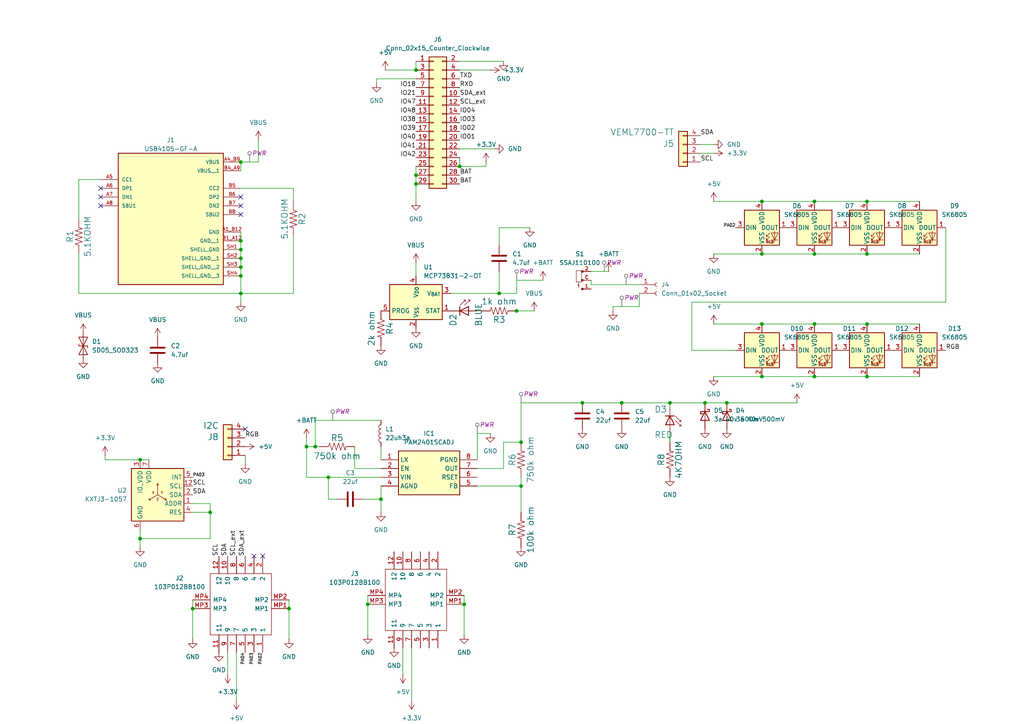
<source format=kicad_sch>
(kicad_sch (version 20231120) (generator "eeschema") (generator_version "8.0")
  (paper "A4")
  (lib_symbols
    (symbol "Battery_Management:MCP73831-2-OT"
      (property "Reference" "U" (at -7.62 6.35 0))
      (property "Value" "MCP73831-2-OT" (at 1.27 6.35 0))
      (symbol "MCP73831-2-OT_1_1"
        (pin tri_state line (at 10.16 -2.54 180) (length 2.54) (name "STAT") (number "1"))
        (pin power_in line (at 0 -7.62 90) (length 2.54) (name "V_{SS}") (number "2"))
        (pin power_out line (at 10.16 2.54 180) (length 2.54) (name "V_{BAT}") (number "3"))
        (pin power_in line (at 0 7.62 270) (length 2.54) (name "V_{DD}") (number "4"))
        (pin input line (at -10.16 -2.54 0) (length 2.54) (name "PROG") (number "5"))
      )
    )
    (symbol "Connector:Conn_01x02_Socket" (pin_names (offset 1.016) hide)
      (property "Reference" "J" (at 0 2.54 0))
      (property "Value" "Conn_01x02_Socket" (at 0 -5.08 0))
      (symbol "Conn_01x02_Socket_1_1"
        (pin passive line (at -5.08 0 0) (length 3.81) (name "Pin_1") (number "1"))
        (pin passive line (at -5.08 -2.54 0) (length 3.81) (name "Pin_2") (number "2"))
      )
    )
    (symbol "Connector_Generic:Conn_01x04" (pin_names (offset 1.016) hide)
      (property "Reference" "J" (at 0 5.08 0))
      (property "Value" "Conn_01x04" (at 0 -7.62 0))
      (symbol "Conn_01x04_1_1"
        (pin passive line (at -5.08 2.54 0) (length 3.81) (name "Pin_1") (number "1"))
        (pin passive line (at -5.08 0 0) (length 3.81) (name "Pin_2") (number "2"))
        (pin passive line (at -5.08 -2.54 0) (length 3.81) (name "Pin_3") (number "3"))
        (pin passive line (at -5.08 -5.08 0) (length 3.81) (name "Pin_4") (number "4"))
      )
    )
    (symbol "Connector_Generic:Conn_02x15_Odd_Even" (pin_names (offset 1.016) hide)
      (property "Reference" "J" (at 1.27 20.32 0))
      (property "Value" "Conn_02x15_Odd_Even" (at 1.27 -20.32 0))
      (symbol "Conn_02x15_Odd_Even_1_1"
        (pin passive line (at -5.08 17.78 0) (length 3.81) (name "Pin_1") (number "1"))
        (pin passive line (at 7.62 7.62 180) (length 3.81) (name "Pin_10") (number "10"))
        (pin passive line (at -5.08 5.08 0) (length 3.81) (name "Pin_11") (number "11"))
        (pin passive line (at 7.62 5.08 180) (length 3.81) (name "Pin_12") (number "12"))
        (pin passive line (at -5.08 2.54 0) (length 3.81) (name "Pin_13") (number "13"))
        (pin passive line (at 7.62 2.54 180) (length 3.81) (name "Pin_14") (number "14"))
        (pin passive line (at -5.08 0 0) (length 3.81) (name "Pin_15") (number "15"))
        (pin passive line (at 7.62 0 180) (length 3.81) (name "Pin_16") (number "16"))
        (pin passive line (at -5.08 -2.54 0) (length 3.81) (name "Pin_17") (number "17"))
        (pin passive line (at 7.62 -2.54 180) (length 3.81) (name "Pin_18") (number "18"))
        (pin passive line (at -5.08 -5.08 0) (length 3.81) (name "Pin_19") (number "19"))
        (pin passive line (at 7.62 17.78 180) (length 3.81) (name "Pin_2") (number "2"))
        (pin passive line (at 7.62 -5.08 180) (length 3.81) (name "Pin_20") (number "20"))
        (pin passive line (at -5.08 -7.62 0) (length 3.81) (name "Pin_21") (number "21"))
        (pin passive line (at 7.62 -7.62 180) (length 3.81) (name "Pin_22") (number "22"))
        (pin passive line (at -5.08 -10.16 0) (length 3.81) (name "Pin_23") (number "23"))
        (pin passive line (at 7.62 -10.16 180) (length 3.81) (name "Pin_24") (number "24"))
        (pin passive line (at -5.08 -12.7 0) (length 3.81) (name "Pin_25") (number "25"))
        (pin passive line (at 7.62 -12.7 180) (length 3.81) (name "Pin_26") (number "26"))
        (pin passive line (at -5.08 -15.24 0) (length 3.81) (name "Pin_27") (number "27"))
        (pin passive line (at 7.62 -15.24 180) (length 3.81) (name "Pin_28") (number "28"))
        (pin passive line (at -5.08 -17.78 0) (length 3.81) (name "Pin_29") (number "29"))
        (pin passive line (at -5.08 15.24 0) (length 3.81) (name "Pin_3") (number "3"))
        (pin passive line (at 7.62 -17.78 180) (length 3.81) (name "Pin_30") (number "30"))
        (pin passive line (at 7.62 15.24 180) (length 3.81) (name "Pin_4") (number "4"))
        (pin passive line (at -5.08 12.7 0) (length 3.81) (name "Pin_5") (number "5"))
        (pin passive line (at 7.62 12.7 180) (length 3.81) (name "Pin_6") (number "6"))
        (pin passive line (at -5.08 10.16 0) (length 3.81) (name "Pin_7") (number "7"))
        (pin passive line (at 7.62 10.16 180) (length 3.81) (name "Pin_8") (number "8"))
        (pin passive line (at -5.08 7.62 0) (length 3.81) (name "Pin_9") (number "9"))
      )
    )
    (symbol "Device:C" (pin_numbers hide) (pin_names (offset 0.254))
      (property "Reference" "C" (at 0.635 2.54 0))
      (property "Value" "C" (at 0.635 -2.54 0))
      (symbol "C_1_1"
        (pin passive line (at 0 3.81 270) (length 2.794) (name "~") (number "1"))
        (pin passive line (at 0 -3.81 90) (length 2.794) (name "~") (number "2"))
      )
    )
    (symbol "Device:D_Schottky" (pin_numbers hide) (pin_names (offset 1.016) hide)
      (property "Reference" "D" (at 0 2.54 0))
      (property "Value" "D_Schottky" (at 0 -2.54 0))
      (symbol "D_Schottky_1_1"
        (pin passive line (at -3.81 0 0) (length 2.54) (name "K") (number "1"))
        (pin passive line (at 3.81 0 180) (length 2.54) (name "A") (number "2"))
      )
    )
    (symbol "Device:L" (pin_numbers hide) (pin_names (offset 1.016) hide)
      (property "Reference" "L" (at -1.27 0 90))
      (property "Value" "L" (at 1.905 0 90))
      (symbol "L_1_1"
        (pin passive line (at 0 3.81 270) (length 1.27) (name "1") (number "1"))
        (pin passive line (at 0 -3.81 90) (length 1.27) (name "2") (number "2"))
      )
    )
    (symbol "Diode:SD05_SOD323" (pin_numbers hide) (pin_names (offset 1.016) hide)
      (property "Reference" "D" (at 0 2.54 0))
      (property "Value" "SD05_SOD323" (at 0 -2.54 0))
      (symbol "SD05_SOD323_1_1"
        (pin passive line (at -3.81 0 0) (length 2.54) (name "A1") (number "1"))
        (pin passive line (at 3.81 0 180) (length 2.54) (name "A2") (number "2"))
      )
    )
    (symbol "GND_1" (power) (pin_numbers hide) (pin_names (offset 0) hide)
      (property "Value" "GND" (at 0 -3.81 0))
      (symbol "GND_1_1_1"
        (pin power_in line (at 0 0 270) (length 0) (name "~") (number "1"))
      )
    )
    (symbol "LED:LD271" (pin_numbers hide) (pin_names (offset 1.016) hide)
      (property "Reference" "D" (at 0.508 1.778 0))
      (property "Value" "LD271" (at -1.016 -2.794 0))
      (symbol "LD271_1_1"
        (pin passive line (at -5.08 0 0) (length 2.54) (name "K") (number "1"))
        (pin passive line (at 2.54 0 180) (length 2.54) (name "A") (number "2"))
      )
    )
    (symbol "LED:SK6805" (pin_names (offset 0.254))
      (property "Reference" "D" (at 5.08 5.715 0))
      (property "Value" "SK6805" (at 1.27 -5.715 0))
      (symbol "SK6805_0_0"
        (text "RGB" (at 2.286 -4.191 0) (effects (font (size 0.762 0.762))))
      )
      (symbol "SK6805_1_1"
        (pin output line (at 7.62 0 180) (length 2.54) (name "DOUT") (number "1"))
        (pin power_in line (at 0 -7.62 90) (length 2.54) (name "VSS") (number "2"))
        (pin input line (at -7.62 0 0) (length 2.54) (name "DIN") (number "3"))
        (pin power_in line (at 0 7.62 270) (length 2.54) (name "VDD") (number "4"))
      )
    )
    (symbol "SSAJ110100:SSAJ110100" (pin_names (offset 1.016) hide)
      (property "Reference" "S" (at -2.54 5.08 0))
      (property "Value" "SSAJ110100" (at -2.54 -5.715 0))
      (symbol "SSAJ110100_0_0"
        (pin passive line (at -2.54 2.54 0) (length 2.54) (name "~") (number "1"))
        (pin passive line (at -2.54 -2.54 0) (length 2.54) (name "~") (number "2"))
        (pin passive line (at -2.54 0 0) (length 2.54) (name "~") (number "C"))
      )
    )
    (symbol "Sensor_Motion:KXTJ3-1057"
      (property "Reference" "U" (at -1.27 11.43 0))
      (property "Value" "KXTJ3-1057" (at -1.27 8.89 0))
      (symbol "KXTJ3-1057_0_0"
        (text "X" (at -1.27 0.635 0) (effects (font (size 0.635 0.635) (bold yes))))
        (text "Y" (at 1.27 0.635 0) (effects (font (size 0.635 0.635) (bold yes))))
        (text "Z" (at 0 -1.27 0) (effects (font (size 0.635 0.635) (bold yes))))
      )
      (symbol "KXTJ3-1057_1_1"
        (pin input line (at 10.16 -2.54 180) (length 2.54) (name "ADDR") (number "1"))
        (pin passive line (at -2.54 10.16 270) (length 2.54) hide (name "VDD") (number "10"))
        (pin passive line (at -5.08 10.16 270) (length 2.54) hide (name "IO_VDD") (number "11"))
        (pin input line (at 10.16 2.54 180) (length 2.54) (name "SCL") (number "12"))
        (pin bidirectional line (at 10.16 0 180) (length 2.54) (name "SDA") (number "2"))
        (pin power_in line (at -5.08 10.16 270) (length 2.54) (name "IO_VDD") (number "3"))
        (pin passive line (at 10.16 -5.08 180) (length 2.54) (name "RES") (number "4"))
        (pin output line (at 10.16 5.08 180) (length 2.54) (name "INT") (number "5"))
        (pin power_in line (at -5.08 -10.16 90) (length 2.54) (name "GND") (number "6"))
        (pin power_in line (at -2.54 10.16 270) (length 2.54) (name "VDD") (number "7"))
        (pin passive line (at -5.08 -10.16 90) (length 2.54) hide (name "GND") (number "8"))
        (pin passive line (at -5.08 -10.16 90) (length 2.54) hide (name "GND") (number "9"))
      )
    )
    (symbol "SparkFun_Qwiic_Micro_SAMD21E-eagle-import:10KOHM-0402-1/16W-1%"
      (property "Reference" "R" (at 0 1.524 0))
      (symbol "10KOHM-0402-1/16W-1%_1_0"
        (pin passive line (at -5.08 0 0) (length 2.54) (name "1") (number "1"))
        (pin passive line (at 5.08 0 180) (length 2.54) (name "2") (number "2"))
      )
    )
    (symbol "SparkFun_Qwiic_Micro_SAMD21E-eagle-import:1KOHM-0402-1/16W-1%"
      (property "Reference" "R" (at 0 1.524 0))
      (symbol "1KOHM-0402-1/16W-1%_1_0"
        (pin passive line (at -5.08 0 0) (length 2.54) (name "1") (number "1"))
        (pin passive line (at 5.08 0 180) (length 2.54) (name "2") (number "2"))
      )
    )
    (symbol "USB4105-GF-A:USB4105-GF-A" (pin_names (offset 1.016))
      (property "Reference" "J" (at -15.24 13.97 0))
      (property "Value" "USB4105-GF-A" (at -15.24 -27.94 0))
      (symbol "USB4105-GF-A_0_0"
        (pin power_in line (at 20.32 -10.16 180) (length 5.08) (name "GND") (number "A1_B12"))
        (pin power_in line (at 20.32 10.16 180) (length 5.08) (name "VBUS") (number "A4_B9"))
        (pin bidirectional line (at -20.32 5.08 0) (length 5.08) (name "CC1") (number "A5"))
        (pin bidirectional line (at -20.32 2.54 0) (length 5.08) (name "DP1") (number "A6"))
        (pin bidirectional line (at -20.32 0 0) (length 5.08) (name "DN1") (number "A7"))
        (pin bidirectional line (at -20.32 -2.54 0) (length 5.08) (name "SBU1") (number "A8"))
        (pin power_in line (at 20.32 -12.7 180) (length 5.08) (name "GND__1") (number "B1_A12"))
        (pin power_in line (at 20.32 7.62 180) (length 5.08) (name "VBUS__1") (number "B4_A9"))
        (pin bidirectional line (at 20.32 2.54 180) (length 5.08) (name "CC2") (number "B5"))
        (pin bidirectional line (at 20.32 0 180) (length 5.08) (name "DP2") (number "B6"))
        (pin bidirectional line (at 20.32 -2.54 180) (length 5.08) (name "DN2") (number "B7"))
        (pin bidirectional line (at 20.32 -5.08 180) (length 5.08) (name "SBU2") (number "B8"))
        (pin power_in line (at 20.32 -15.24 180) (length 5.08) (name "SHELL_GND") (number "SH1"))
        (pin power_in line (at 20.32 -17.78 180) (length 5.08) (name "SHELL_GND__1") (number "SH2"))
        (pin power_in line (at 20.32 -20.32 180) (length 5.08) (name "SHELL_GND__2") (number "SH3"))
        (pin power_in line (at 20.32 -22.86 180) (length 5.08) (name "SHELL_GND__3") (number "SH4"))
      )
    )
    (symbol "mousser:103R012BB100" (pin_names (offset 0.762))
      (property "Reference" "J" (at 24.13 12.7 0))
      (property "Value" "103R012BB100" (at 24.13 10.16 0))
      (symbol "103R012BB100_0_0"
        (pin passive line (at 7.62 -15.24 90) (length 5.08) (name "1") (number "1"))
        (pin passive line (at 17.78 12.7 270) (length 5.08) (name "10") (number "10"))
        (pin passive line (at 20.32 -15.24 90) (length 5.08) (name "11") (number "11"))
        (pin passive line (at 20.32 12.7 270) (length 5.08) (name "12") (number "12"))
        (pin passive line (at 7.62 12.7 270) (length 5.08) (name "2") (number "2"))
        (pin passive line (at 10.16 -15.24 90) (length 5.08) (name "3") (number "3"))
        (pin passive line (at 10.16 12.7 270) (length 5.08) (name "4") (number "4"))
        (pin passive line (at 12.7 -15.24 90) (length 5.08) (name "5") (number "5"))
        (pin passive line (at 12.7 12.7 270) (length 5.08) (name "6") (number "6"))
        (pin passive line (at 15.24 -15.24 90) (length 5.08) (name "7") (number "7"))
        (pin passive line (at 15.24 12.7 270) (length 5.08) (name "8") (number "8"))
        (pin passive line (at 17.78 -15.24 90) (length 5.08) (name "9") (number "9"))
        (pin passive line (at 0 -2.54 0) (length 5.08) (name "MP1") (number "MP1"))
        (pin passive line (at 0 0 0) (length 5.08) (name "MP2") (number "MP2"))
        (pin passive line (at 27.94 -2.54 180) (length 5.08) (name "MP3") (number "MP3"))
        (pin passive line (at 27.94 0 180) (length 5.08) (name "MP4") (number "MP4"))
      )
    )
    (symbol "mousser:PAM2401SCADJ"
      (property "Reference" "IC" (at 24.13 7.62 0))
      (property "Value" "PAM2401SCADJ" (at 24.13 5.08 0))
      (symbol "PAM2401SCADJ_1_1"
        (pin passive line (at 0 0 0) (length 5.08) (name "LX") (number "1"))
        (pin passive line (at 0 -2.54 0) (length 5.08) (name "EN") (number "2"))
        (pin passive line (at 0 -5.08 0) (length 5.08) (name "VIN") (number "3"))
        (pin passive line (at 0 -7.62 0) (length 5.08) (name "AGND") (number "4"))
        (pin passive line (at 27.94 -7.62 180) (length 5.08) (name "FB") (number "5"))
        (pin passive line (at 27.94 -5.08 180) (length 5.08) (name "RSET") (number "6"))
        (pin passive line (at 27.94 -2.54 180) (length 5.08) (name "OUT") (number "7"))
        (pin passive line (at 27.94 0 180) (length 5.08) (name "PGND") (number "8"))
      )
    )
    (symbol "power:+3.3V" (power) (pin_numbers hide) (pin_names (offset 0) hide)
      (property "Value" "+3.3V" (at 0 3.556 0))
      (symbol "+3.3V_1_1"
        (pin power_in line (at 0 0 90) (length 0) (name "~") (number "1"))
      )
    )
    (symbol "power:+5V" (power) (pin_numbers hide) (pin_names (offset 0) hide)
      (property "Value" "+5V" (at 0 3.556 0))
      (symbol "+5V_1_1"
        (pin power_in line (at 0 0 90) (length 0) (name "~") (number "1"))
      )
    )
    (symbol "power:+BATT" (power) (pin_numbers hide) (pin_names (offset 0) hide)
      (property "Value" "+BATT" (at 0 3.556 0))
      (symbol "+BATT_1_1"
        (pin power_in line (at 0 0 90) (length 0) (name "~") (number "1"))
      )
    )
    (symbol "power:GND" (power) (pin_names (offset 0))
      (property "Value" "GND" (at 0 -3.81 0))
      (symbol "GND_1_1"
        (pin power_in line (at 0 0 270) (length 0) hide (name "GND") (number "1"))
      )
    )
    (symbol "power:VBUS" (power) (pin_numbers hide) (pin_names (offset 0) hide)
      (property "Value" "VBUS" (at 0 3.556 0))
      (symbol "VBUS_1_1"
        (pin power_in line (at 0 0 90) (length 0) (name "~") (number "1"))
      )
    )
  )
  (junction (at 120.65 53.34))
  (junction (at 144.78 85.09))
  (junction (at 149.86 90.17))
  (junction (at 69.85 80.01))
  (junction (at 69.85 85.09))
  (junction (at 106.68 175.26))
  (junction (at 210.82 116.84))
  (junction (at 83.82 176.53))
  (junction (at 236.22 73.66))
  (junction (at 204.47 116.84))
  (junction (at 40.64 156.21))
  (junction (at 220.98 109.22))
  (junction (at 236.22 58.42))
  (junction (at 251.46 109.22))
  (junction (at 236.22 109.22))
  (junction (at 133.35 48.26))
  (junction (at 55.88 176.53))
  (junction (at 69.85 74.93))
  (junction (at 40.64 133.35))
  (junction (at 134.62 175.26))
  (junction (at 69.85 72.39))
  (junction (at 110.49 144.78))
  (junction (at 180.34 116.84))
  (junction (at 60.96 148.59))
  (junction (at 69.85 69.85))
  (junction (at 220.98 93.98))
  (junction (at 120.65 50.8))
  (junction (at 151.13 128.27))
  (junction (at 251.46 73.66))
  (junction (at 151.13 140.97))
  (junction (at 69.85 77.47))
  (junction (at 194.31 116.84))
  (junction (at 69.85 46.99))
  (junction (at 88.9 129.54))
  (junction (at 251.46 58.42))
  (junction (at 220.98 73.66))
  (junction (at 220.98 58.42))
  (junction (at 168.91 116.84))
  (junction (at 251.46 93.98))
  (junction (at 236.22 93.98))
  (junction (at 91.44 129.54))
  (junction (at 120.65 20.32))
  (junction (at 95.25 138.43))
  (no_connect (at 69.85 59.69))
  (no_connect (at 29.21 59.69))
  (no_connect (at 73.66 161.29))
  (no_connect (at 76.2 161.29))
  (no_connect (at 29.21 57.15))
  (no_connect (at 69.85 57.15))
  (no_connect (at 29.21 54.61))
  (no_connect (at 69.85 62.23))
  (no_connect (at 71.12 124.46))
  (wire (pts (xy 120.65 20.32) (xy 111.76 20.32)))
  (wire (pts (xy 134.62 175.26) (xy 134.62 184.15)))
  (wire (pts (xy 120.65 53.34) (xy 120.65 58.42)))
  (wire (pts (xy 251.46 93.98) (xy 266.7 93.98)))
  (wire (pts (xy 69.85 85.09) (xy 69.85 87.63)))
  (wire (pts (xy 91.44 121.92) (xy 110.49 121.92)))
  (wire (pts (xy 102.87 135.89) (xy 110.49 135.89)))
  (wire (pts (xy 177.8 88.9) (xy 185.42 88.9)))
  (wire (pts (xy 146.05 135.89) (xy 146.05 128.27)))
  (wire (pts (xy 55.88 146.05) (xy 60.96 146.05)))
  (wire (pts (xy 149.86 81.28) (xy 157.48 81.28)))
  (wire (pts (xy 69.85 80.01) (xy 69.85 85.09)))
  (wire (pts (xy 133.35 43.18) (xy 143.51 43.18)))
  (wire (pts (xy 110.49 129.54) (xy 110.49 133.35)))
  (wire (pts (xy 69.85 72.39) (xy 69.85 74.93)))
  (wire (pts (xy 69.85 54.61) (xy 85.09 54.61)))
  (wire (pts (xy 22.86 85.09) (xy 69.85 85.09)))
  (wire (pts (xy 220.98 73.66) (xy 236.22 73.66)))
  (wire (pts (xy 134.62 172.72) (xy 134.62 175.26)))
  (wire (pts (xy 204.47 116.84) (xy 210.82 116.84)))
  (wire (pts (xy 88.9 127) (xy 88.9 129.54)))
  (wire (pts (xy 120.65 76.2) (xy 120.65 80.01)))
  (wire (pts (xy 180.34 116.84) (xy 194.31 116.84)))
  (wire (pts (xy 133.35 20.32) (xy 142.24 20.32)))
  (wire (pts (xy 95.25 138.43) (xy 110.49 138.43)))
  (wire (pts (xy 60.96 156.21) (xy 40.64 156.21)))
  (wire (pts (xy 106.68 172.72) (xy 106.68 175.26)))
  (wire (pts (xy 151.13 116.84) (xy 168.91 116.84)))
  (wire (pts (xy 88.9 129.54) (xy 91.44 129.54)))
  (wire (pts (xy 120.65 22.86) (xy 109.22 22.86)))
  (wire (pts (xy 146.05 128.27) (xy 151.13 128.27)))
  (wire (pts (xy 110.49 140.97) (xy 110.49 144.78)))
  (wire (pts (xy 69.85 46.99) (xy 74.93 46.99)))
  (wire (pts (xy 88.9 138.43) (xy 95.25 138.43)))
  (wire (pts (xy 40.64 156.21) (xy 40.64 153.67)))
  (wire (pts (xy 149.86 85.09) (xy 149.86 81.28)))
  (wire (pts (xy 130.81 85.09) (xy 144.78 85.09)))
  (wire (pts (xy 220.98 58.42) (xy 236.22 58.42)))
  (wire (pts (xy 40.64 133.35) (xy 43.18 133.35)))
  (wire (pts (xy 116.84 187.96) (xy 116.84 195.58)))
  (wire (pts (xy 88.9 129.54) (xy 88.9 138.43)))
  (wire (pts (xy 69.85 77.47) (xy 69.85 80.01)))
  (wire (pts (xy 185.42 88.9) (xy 185.42 85.09)))
  (wire (pts (xy 69.85 69.85) (xy 69.85 72.39)))
  (wire (pts (xy 177.8 88.9) (xy 177.8 90.17)))
  (wire (pts (xy 236.22 58.42) (xy 251.46 58.42)))
  (wire (pts (xy 139.7 90.17) (xy 138.43 90.17)))
  (wire (pts (xy 144.78 85.09) (xy 149.86 85.09)))
  (wire (pts (xy 95.25 138.43) (xy 95.25 144.78)))
  (wire (pts (xy 69.85 74.93) (xy 69.85 77.47)))
  (wire (pts (xy 148.59 90.17) (xy 149.86 90.17)))
  (wire (pts (xy 274.32 66.04) (xy 274.32 87.63)))
  (wire (pts (xy 144.78 66.04) (xy 144.78 71.12)))
  (wire (pts (xy 168.91 116.84) (xy 180.34 116.84)))
  (wire (pts (xy 55.88 176.53) (xy 55.88 185.42)))
  (wire (pts (xy 120.65 50.8) (xy 120.65 53.34)))
  (wire (pts (xy 274.32 87.63) (xy 200.66 87.63)))
  (wire (pts (xy 102.87 129.54) (xy 102.87 135.89)))
  (wire (pts (xy 30.48 132.08) (xy 30.48 133.35)))
  (wire (pts (xy 91.44 129.54) (xy 92.71 129.54)))
  (wire (pts (xy 69.85 46.99) (xy 69.85 49.53)))
  (wire (pts (xy 95.25 144.78) (xy 97.79 144.78)))
  (wire (pts (xy 171.45 78.74) (xy 176.53 78.74)))
  (wire (pts (xy 171.45 82.55) (xy 185.42 82.55)))
  (wire (pts (xy 133.35 17.78) (xy 146.05 17.78)))
  (wire (pts (xy 236.22 93.98) (xy 251.46 93.98)))
  (wire (pts (xy 251.46 58.42) (xy 266.7 58.42)))
  (wire (pts (xy 40.64 158.75) (xy 40.64 156.21)))
  (wire (pts (xy 68.58 189.23) (xy 68.58 203.2)))
  (wire (pts (xy 207.01 109.22) (xy 220.98 109.22)))
  (wire (pts (xy 207.01 58.42) (xy 220.98 58.42)))
  (wire (pts (xy 106.68 175.26) (xy 106.68 184.15)))
  (wire (pts (xy 85.09 85.09) (xy 69.85 85.09)))
  (wire (pts (xy 236.22 73.66) (xy 251.46 73.66)))
  (wire (pts (xy 83.82 176.53) (xy 83.82 185.42)))
  (wire (pts (xy 91.44 129.54) (xy 91.44 121.92)))
  (wire (pts (xy 140.97 46.99) (xy 140.97 48.26)))
  (wire (pts (xy 149.86 90.17) (xy 154.94 90.17)))
  (wire (pts (xy 138.43 135.89) (xy 146.05 135.89)))
  (wire (pts (xy 220.98 93.98) (xy 236.22 93.98)))
  (wire (pts (xy 194.31 125.73) (xy 194.31 128.27)))
  (wire (pts (xy 30.48 133.35) (xy 40.64 133.35)))
  (wire (pts (xy 144.78 85.09) (xy 144.78 78.74)))
  (wire (pts (xy 22.86 63.5) (xy 22.86 52.07)))
  (wire (pts (xy 133.35 45.72) (xy 133.35 48.26)))
  (wire (pts (xy 251.46 73.66) (xy 266.7 73.66)))
  (wire (pts (xy 119.38 187.96) (xy 119.38 203.2)))
  (wire (pts (xy 85.09 54.61) (xy 85.09 58.42)))
  (wire (pts (xy 203.2 41.91) (xy 207.01 41.91)))
  (wire (pts (xy 151.13 140.97) (xy 151.13 148.59)))
  (wire (pts (xy 200.66 101.6) (xy 213.36 101.6)))
  (wire (pts (xy 120.65 17.78) (xy 120.65 20.32)))
  (wire (pts (xy 71.12 132.08) (xy 71.12 134.62)))
  (wire (pts (xy 133.35 48.26) (xy 140.97 48.26)))
  (wire (pts (xy 194.31 125.73) (xy 194.31 128.27)) (stroke (width 0.1524)))
  (wire (pts (xy 60.96 146.05) (xy 60.96 148.59)))
  (wire (pts (xy 138.43 140.97) (xy 151.13 140.97)))
  (wire (pts (xy 55.88 148.59) (xy 60.96 148.59)))
  (wire (pts (xy 110.49 144.78) (xy 110.49 148.59)))
  (wire (pts (xy 194.31 116.84) (xy 204.47 116.84)))
  (wire (pts (xy 200.66 87.63) (xy 200.66 101.6)))
  (wire (pts (xy 194.31 116.84) (xy 194.31 118.11)))
  (wire (pts (xy 105.41 144.78) (xy 110.49 144.78)))
  (wire (pts (xy 220.98 109.22) (xy 236.22 109.22)))
  (wire (pts (xy 138.43 133.35) (xy 138.43 125.73)))
  (wire (pts (xy 69.85 67.31) (xy 69.85 69.85)))
  (wire (pts (xy 83.82 173.99) (xy 83.82 176.53)))
  (wire (pts (xy 120.65 48.26) (xy 120.65 50.8)))
  (wire (pts (xy 151.13 138.43) (xy 151.13 140.97)))
  (wire (pts (xy 22.86 73.66) (xy 22.86 85.09)))
  (wire (pts (xy 210.82 116.84) (xy 231.14 116.84)))
  (wire (pts (xy 207.01 73.66) (xy 220.98 73.66)))
  (wire (pts (xy 66.04 189.23) (xy 66.04 195.58)))
  (wire (pts (xy 60.96 148.59) (xy 60.96 156.21)))
  (wire (pts (xy 109.22 22.86) (xy 109.22 24.13)))
  (wire (pts (xy 151.13 128.27) (xy 151.13 116.84)))
  (wire (pts (xy 251.46 109.22) (xy 266.7 109.22)))
  (wire (pts (xy 74.93 46.99) (xy 74.93 40.64)))
  (wire (pts (xy 203.2 44.45) (xy 207.01 44.45)))
  (wire (pts (xy 55.88 173.99) (xy 55.88 176.53)))
  (wire (pts (xy 207.01 93.98) (xy 220.98 93.98)))
  (wire (pts (xy 171.45 81.28) (xy 171.45 82.55)))
  (wire (pts (xy 236.22 109.22) (xy 251.46 109.22)))
  (wire (pts (xy 85.09 68.58) (xy 85.09 85.09)))
  (wire (pts (xy 138.43 125.73) (xy 142.24 125.73)))
  (wire (pts (xy 22.86 52.07) (xy 29.21 52.07)))
  (wire (pts (xy 153.67 66.04) (xy 144.78 66.04)))
  (label "IO39" (at 120.65 38.1 180))
  (label "RXD" (at 133.35 25.4 0))
  (label "IO42" (at 120.65 45.72 180))
  (label "PA03" (at 55.88 138.43 0) (effects (font (size 0.889 0.889))))
  (label "IO18" (at 120.65 25.4 180))
  (label "SCL" (at 63.5 161.29 90))
  (label "IO38" (at 120.65 35.56 180))
  (label "TXD" (at 133.35 22.86 0))
  (label "PA04" (at 71.12 189.23 270) (effects (font (size 0.889 0.889))))
  (label "SDA" (at 66.04 161.29 90))
  (label "IO40" (at 120.65 40.64 180))
  (label "IO02" (at 133.35 38.1 0))
  (label "SCL" (at 203.2 46.99 0))
  (label "SDA_ext" (at 133.35 27.94 0))
  (label "BAT" (at 133.35 50.8 0))
  (label "SDA_ext" (at 71.12 161.29 90))
  (label "IO03" (at 133.35 35.56 0))
  (label "IO01" (at 133.35 40.64 0))
  (label "IO21" (at 120.65 27.94 180))
  (label "IO47" (at 120.65 30.48 180))
  (label "PA03" (at 73.66 189.23 270) (effects (font (size 0.889 0.889))))
  (label "IO04" (at 133.35 33.02 0))
  (label "SCL" (at 55.88 140.97 0))
  (label "IO41" (at 120.65 43.18 180))
  (label "SCL_ext" (at 68.58 161.29 90))
  (label "IO48" (at 120.65 33.02 180))
  (label "BAT" (at 133.35 53.34 0))
  (label "SCL_ext" (at 133.35 30.48 0))
  (label "SDA" (at 55.88 143.51 0))
  (label "RGB" (at 71.12 127 0))
  (label "PA02" (at 76.2 189.23 270) (effects (font (size 0.889 0.889))))
  (label "PA02" (at 213.36 66.04 180) (effects (font (size 0.889 0.889))))
  (label "RGB" (at 274.32 101.6 0))
  (label "SDA" (at 203.2 39.37 0))
  (netclass_flag "" (length 2.54) (shape round) (at 151.13 116.84 0) (property "Netclass" "PWR" (at 151.8285 114.3 0) (effects (font (italic yes)) (justify left))))
  (netclass_flag "" (length 2.54) (shape round) (at 96.52 121.92 0) (property "Netclass" "PWR" (at 97.2185 119.38 0) (effects (font (italic yes)) (justify left))))
  (netclass_flag "" (length 2.54) (shape round) (at 72.39 46.99 0) (property "Netclass" "PWR" (at 73.0885 44.45 0) (effects (font (italic yes)) (justify left))))
  (netclass_flag "" (length 2.54) (shape round) (at 180.34 88.9 0) (property "Netclass" "PWR" (at 181.0385 86.36 0) (effects (font (italic yes)) (justify left))))
  (netclass_flag "" (length 2.54) (shape round) (at 181.61 82.55 0) (property "Netclass" "PWR" (at 182.3085 80.01 0) (effects (font (italic yes)) (justify left))))
  (netclass_flag "" (length 2.54) (shape round) (at 138.43 125.73 0) (property "Netclass" "PWR" (at 139.1285 123.19 0) (effects (font (italic yes)) (justify left))))
  (netclass_flag "" (length 2.54) (shape round) (at 149.86 81.28 0) (property "Netclass" "PWR" (at 150.5585 78.74 0) (effects (font (italic yes)) (justify left))))
  (netclass_flag "" (length 2.54) (shape round) (at 175.26 78.74 0) (property "Netclass" "PWR" (at 175.9585 76.2 0) (effects (font (italic yes)) (justify left))))
  (symbol (lib_id "power:+3.3V") (at 142.24 20.32 270) (unit 1)
    (property "Reference" "#PWR049" (effects (hide yes)))
    (property "Value" "+3.3V" (at 146.05 20.3199 90) (effects (justify left)))
    (property "Description" "Power symbol creates a global label with name \"+3.3V\"" (effects (hide yes)))
  )
  (symbol (lib_id "SparkFun_Qwiic_Micro_SAMD21E-eagle-import:10KOHM-0402-1/16W-1%") (at 22.86 68.58 90) (unit 1)
    (property "Reference" "R1" (at 21.336 68.58 0) (effects (font (size 1.778 1.778)) (justify bottom)))
    (property "Value" "5.1KOHM" (at 24.384 68.58 0) (effects (font (size 1.778 1.778)) (justify top)))
    (property "Footprint" "Resistor_SMD:R_0805_2012Metric_Pad1.20x1.40mm_HandSolder" (effects (hide yes)))
    (property "Mouser Part Number" "603-RC0805JR-135K1L" (effects (hide yes)))
  )
  (symbol (lib_name "GND_1") (lib_id "power:GND") (at 114.3 187.96 0) (unit 1)
    (property "Reference" "#PWR045" (effects (hide yes)))
    (property "Value" "GND" (at 114.3 193.04 0))
    (property "Description" "Power symbol creates a global label with name \"GND\" , ground" (effects (hide yes)))
  )
  (symbol (lib_id "power:+5V") (at 207.01 58.42 0) (unit 1)
    (property "Reference" "#PWR020" (effects (hide yes)))
    (property "Value" "+5V" (at 207.01 53.34 0))
    (property "Description" "Power symbol creates a global label with name \"+5V\"" (effects (hide yes)))
  )
  (symbol (lib_id "power:GND") (at 153.67 66.04 0) (unit 1)
    (property "Reference" "#PWR09" (effects (hide yes)))
    (property "Value" "GND" (at 153.67 71.12 0))
  )
  (symbol (lib_id "power:GND") (at 207.01 41.91 90) (unit 1)
    (property "Reference" "#PWR023" (effects (hide yes)))
    (property "Value" "GND" (at 210.82 41.9099 90) (effects (justify right)))
    (property "Description" "Power symbol creates a global label with name \"GND\" , ground" (effects (hide yes)))
  )
  (symbol (lib_id "SparkFun_Qwiic_Micro_SAMD21E-eagle-import:1KOHM-0402-1/16W-1%") (at 97.79 129.54 0) (unit 1)
    (property "Reference" "R5" (at 97.79 128.016 0) (effects (font (size 1.778 1.778)) (justify bottom)))
    (property "Value" "750k ohm" (at 97.79 131.2672 0) (effects (font (size 1.778 1.778)) (justify top)))
    (property "Footprint" "Resistor_SMD:R_0805_2012Metric_Pad1.20x1.40mm_HandSolder" (effects (hide yes)))
    (property "Mouser Part Number" "754-RG2012P-754-B-T5" (effects (hide yes)))
  )
  (symbol (lib_id "power:+3.3V") (at 66.04 195.58 180) (unit 1)
    (property "Reference" "#PWR041" (effects (hide yes)))
    (property "Value" "+3.3V" (at 66.04 200.66 0))
  )
  (symbol (lib_id "power:GND") (at 194.31 138.43 0) (unit 1)
    (property "Reference" "#PWR017" (effects (hide yes)))
    (property "Value" "GND" (at 194.31 143.51 0))
  )
  (symbol (lib_id "Device:D_Schottky") (at 210.82 120.65 270) (unit 1)
    (property "Reference" "D4" (at 213.36 119.0624 90) (effects (justify left)))
    (property "Value" "3a 40v 500mV" (at 213.36 121.6024 90) (effects (justify left)))
    (property "Footprint" "Diode_SMD:D_2010_5025Metric" (effects (hide yes)))
    (property "Description" "Schottky diode" (effects (hide yes)))
    (property "Mouser Part Number" "621-B340A-F" (effects (hide yes)))
  )
  (symbol (lib_id "Device:C") (at 45.72 101.6 0) (unit 1)
    (property "Reference" "C2" (at 49.53 100.3299 0) (effects (justify left)))
    (property "Value" "4.7uf" (at 49.53 102.8699 0) (effects (justify left)))
    (property "Footprint" "Capacitor_SMD:C_0805_2012Metric" (effects (hide yes)))
    (property "Description" "Unpolarized capacitor" (effects (hide yes)))
    (property "Mouser Part Number" "80-C0805C475K4RAUTO" (effects (hide yes)))
  )
  (symbol (lib_name "GND_1") (lib_id "power:GND") (at 83.82 185.42 0) (unit 1)
    (property "Reference" "#PWR043" (effects (hide yes)))
    (property "Value" "GND" (at 83.82 190.5 0))
    (property "Description" "Power symbol creates a global label with name \"GND\" , ground" (effects (hide yes)))
  )
  (symbol (lib_name "GND_1") (lib_id "power:GND") (at 55.88 185.42 0) (unit 1)
    (property "Reference" "#PWR031" (effects (hide yes)))
    (property "Value" "GND" (at 55.88 190.5 0))
    (property "Description" "Power symbol creates a global label with name \"GND\" , ground" (effects (hide yes)))
  )
  (symbol (lib_id "SSAJ110100:SSAJ110100") (at 168.91 81.28 180) (unit 1)
    (property "Reference" "S1" (at 168.167 73.66 0))
    (property "Value" "SSAJ110100" (at 168.167 76.2 0))
    (property "Footprint" "SnapEDA Library:SW_SSAJ110100" (effects (hide yes)))
    (property "PARTREV" "N/A" (effects (hide yes)))
    (property "STANDARD" "Manufacturer Recommendations" (effects (hide yes)))
    (property "SNAPEDA_PN" "SSAJ110100" (effects (hide yes)))
    (property "MAXIMUM_PACKAGE_HEIGHT" "0.9 mm" (effects (hide yes)))
    (property "MANUFACTURER" "ALPS" (effects (hide yes)))
    (property "Mouser Part Number" "688-SSAJ110100" (effects (hide yes)))
  )
  (symbol (lib_id "LED:LD271") (at 135.89 90.17 0) (unit 1)
    (property "Reference" "D2" (at 132.461 94.742 90) (effects (font (size 1.778 1.778)) (justify left bottom)))
    (property "Value" "BLUE" (at 137.795 94.742 90) (effects (font (size 1.778 1.778)) (justify left top)))
    (property "Footprint" "LED_SMD:LED_0805_2012Metric_Pad1.15x1.40mm_HandSolder" (effects (hide yes)))
    (property "Datasheet" "http://www.alliedelec.com/m/d/40788c34903a719969df15f1fbea1056.pdf" (effects (hide yes)))
    (property "Mouser Part Number" "710-150080BS75000" (effects (hide yes)))
  )
  (symbol (lib_id "power:GND") (at 40.64 158.75 0) (unit 1)
    (property "Reference" "#PWR032" (effects (hide yes)))
    (property "Value" "GND" (at 40.64 163.83 0))
  )
  (symbol (lib_id "Connector_Generic:Conn_01x04") (at 198.12 44.45 180) (unit 1)
    (property "Reference" "J5" (at 195.58 40.64 0) (effects (font (size 1.778 1.778)) (justify left bottom)))
    (property "Value" "VEML7700-TT" (at 195.58 39.37 0) (effects (font (size 1.778 1.778)) (justify left top)))
    (property "Footprint" "SnapEDA Library:XDCR_VEML7700-TT" (effects (hide yes)))
    (property "Mouser Part Number" "78-VEML7700-TT" (effects (hide yes)))
  )
  (symbol (lib_id "power:+5V") (at 68.58 203.2 180) (unit 1)
    (property "Reference" "#PWR033" (effects (hide yes)))
    (property "Value" "+5V" (at 68.58 208.28 0))
    (property "Description" "Power symbol creates a global label with name \"+5V\"" (effects (hide yes)))
  )
  (symbol (lib_id "power:GND") (at 204.47 124.46 0) (unit 1)
    (property "Reference" "#PWR018" (effects (hide yes)))
    (property "Value" "GND" (at 204.47 129.54 0))
  )
  (symbol (lib_id "Device:C") (at 168.91 120.65 180) (unit 1)
    (property "Reference" "C4" (at 172.72 119.3799 0) (effects (justify right)))
    (property "Value" "22uf" (at 172.72 121.9199 0) (effects (justify right)))
    (property "Footprint" "Capacitor_SMD:C_0805_2012Metric" (effects (hide yes)))
    (property "Description" "Unpolarized capacitor" (effects (hide yes)))
    (property "Mouser Part Number" "80-C0805C226M9P" (effects (hide yes)))
  )
  (symbol (lib_id "power:+3.3V") (at 140.97 46.99 0) (unit 1)
    (property "Reference" "#PWR046" (effects (hide yes)))
    (property "Value" "+3.3V" (at 140.97 41.91 0))
    (property "Description" "Power symbol creates a global label with name \"+3.3V\"" (effects (hide yes)))
  )
  (symbol (lib_id "power:GND") (at 207.01 109.22 0) (unit 1)
    (property "Reference" "#PWR030" (effects (hide yes)))
    (property "Value" "GND" (at 207.01 114.3 0))
  )
  (symbol (lib_id "Connector_Generic:Conn_01x04") (at 66.04 129.54 180) (unit 1)
    (property "Reference" "J8" (at 63.5 125.73 0) (effects (font (size 1.778 1.778)) (justify left bottom)))
    (property "Value" "I2C" (at 63.5 124.46 0) (effects (font (size 1.778 1.778)) (justify left top)))
    (property "Footprint" "SnapEDA Library:SPARKFUN_PRT-14417" (effects (hide yes)))
    (property "Mouser Part Number" "474-PRT-14417" (effects (hide yes)))
  )
  (symbol (lib_id "power:GND") (at 71.12 134.62 0) (unit 1)
    (property "Reference" "#PWR037" (effects (hide yes)))
    (property "Value" "GND" (at 71.12 139.7 0))
  )
  (symbol (lib_id "LED:SK6805") (at 236.22 66.04 0) (unit 1)
    (property "Reference" "D7" (at 246.38 59.7214 0))
    (property "Value" "SK6805" (at 246.38 62.2614 0))
    (property "Footprint" "LED_SMD:LED_SK6812_EC15_1.5x1.5mm" (effects (hide yes)))
    (property "Datasheet" "https://cdn-shop.adafruit.com/product-files/3484/3484_Datasheet.pdf" (effects (hide yes)))
    (property "Description" "RGB LED with integrated controller" (effects (hide yes)))
  )
  (symbol (lib_id "LED:LD271") (at 194.31 123.19 270) (unit 1)
    (property "Reference" "D3" (at 189.738 119.761 90) (effects (font (size 1.778 1.778)) (justify left bottom)))
    (property "Value" "RED" (at 189.738 125.095 90) (effects (font (size 1.778 1.778)) (justify left top)))
    (property "Footprint" "LED_SMD:LED_0805_2012Metric_Pad1.15x1.40mm_HandSolder" (effects (hide yes)))
    (property "Datasheet" "http://www.alliedelec.com/m/d/40788c34903a719969df15f1fbea1056.pdf" (effects (hide yes)))
    (property "Mouser Part Number" "696-SML-LXT0805IW" (effects (hide yes)))
  )
  (symbol (lib_id "power:+3.3V") (at 30.48 132.08 0) (unit 1)
    (property "Reference" "#PWR036" (effects (hide yes)))
    (property "Value" "+3.3V" (at 30.48 127 0))
  )
  (symbol (lib_id "mousser:103R012BB100") (at 134.62 172.72 0) (mirror y) (unit 1)
    (property "Reference" "J3" (at 102.87 166.4014 0))
    (property "Value" "103P012BB100" (at 102.87 168.9414 0))
    (property "Footprint" "mouser:103R012BB100" (effects (hide yes)))
    (property "Datasheet" "https://cdn.amphenol-cs.com/media/wysiwyg/files/drawing/103rxxxbb10x.pdf" (effects (hide yes)))
    (property "Description" "12 Position Connector Receptacle, Center Strip Contacts Surface Mount Gold" (effects (hide yes)))
    (property "Height" "0.68" (effects (hide yes)))
    (property "Mouser Part Number" "649-103P012BB100" (effects (hide yes)))
    (property "Mouser Price/Stock" "https://www.mouser.co.uk/ProductDetail/Amphenol-Aorora/103R012BB100?qs=pBJMDPsKWf3jqgnw7u7Lpg%3D%3D" (effects (hide yes)))
    (property "Manufacturer_Name" "Amphenol" (effects (hide yes)))
    (property "Manufacturer_Part_Number" "103R012BB100" (effects (hide yes)))
  )
  (symbol (lib_id "power:GND") (at 151.13 158.75 0) (unit 1)
    (property "Reference" "#PWR014" (effects (hide yes)))
    (property "Value" "GND" (at 151.13 163.83 0))
  )
  (symbol (lib_id "power:+3.3V") (at 119.38 203.2 180) (unit 1)
    (property "Reference" "#PWR047" (effects (hide yes)))
    (property "Value" "+3.3V" (at 119.38 208.28 0))
  )
  (symbol (lib_id "power:GND") (at 109.22 24.13 0) (unit 1)
    (property "Reference" "#PWR035" (effects (hide yes)))
    (property "Value" "GND" (at 109.22 29.21 0))
    (property "Description" "Power symbol creates a global label with name \"GND\" , ground" (effects (hide yes)))
  )
  (symbol (lib_id "SparkFun_Qwiic_Micro_SAMD21E-eagle-import:1KOHM-0402-1/16W-1%") (at 110.49 95.25 270) (unit 1)
    (property "Reference" "R4" (at 112.014 95.25 0) (effects (font (size 1.778 1.778)) (justify bottom)))
    (property "Value" "2k ohm" (at 108.7628 95.25 0) (effects (font (size 1.778 1.778)) (justify top)))
    (property "Footprint" "Resistor_SMD:R_0805_2012Metric_Pad1.20x1.40mm_HandSolder" (effects (hide yes)))
    (property "Mouser Part Number" "CR0805-JW-202ELF" (effects (hide yes)))
  )
  (symbol (lib_name "GND_1") (lib_id "power:GND") (at 106.68 184.15 0) (unit 1)
    (property "Reference" "#PWR044" (effects (hide yes)))
    (property "Value" "GND" (at 106.68 189.23 0))
    (property "Description" "Power symbol creates a global label with name \"GND\" , ground" (effects (hide yes)))
  )
  (symbol (lib_id "power:GND") (at 120.65 95.25 0) (unit 1)
    (property "Reference" "#PWR06" (effects (hide yes)))
    (property "Value" "GND" (at 120.65 100.33 0))
  )
  (symbol (lib_id "SparkFun_Qwiic_Micro_SAMD21E-eagle-import:1KOHM-0402-1/16W-1%") (at 144.78 90.17 180) (unit 1)
    (property "Reference" "R3" (at 144.78 91.694 0) (effects (font (size 1.778 1.778)) (justify bottom)))
    (property "Value" "1k ohm" (at 144.78 88.4428 0) (effects (font (size 1.778 1.778)) (justify top)))
    (property "Footprint" "Resistor_SMD:R_0805_2012Metric_Pad1.20x1.40mm_HandSolder" (effects (hide yes)))
    (property "Mouser Part Number" "CR0805-FX-1601ELF" (effects (hide yes)))
  )
  (symbol (lib_id "LED:SK6805") (at 251.46 66.04 0) (unit 1)
    (property "Reference" "D8" (at 261.62 59.7214 0))
    (property "Value" "SK6805" (at 261.62 62.2614 0))
    (property "Footprint" "LED_SMD:LED_SK6812_EC15_1.5x1.5mm" (effects (hide yes)))
    (property "Datasheet" "https://cdn-shop.adafruit.com/product-files/3484/3484_Datasheet.pdf" (effects (hide yes)))
    (property "Description" "RGB LED with integrated controller" (effects (hide yes)))
  )
  (symbol (lib_id "mousser:103R012BB100") (at 83.82 173.99 0) (mirror y) (unit 1)
    (property "Reference" "J2" (at 52.07 167.6714 0))
    (property "Value" "103P012BB100" (at 52.07 170.2114 0))
    (property "Footprint" "mouser:103R012BB100" (effects (hide yes)))
    (property "Datasheet" "https://cdn.amphenol-cs.com/media/wysiwyg/files/drawing/103rxxxbb10x.pdf" (effects (hide yes)))
    (property "Description" "12 Position Connector Receptacle, Center Strip Contacts Surface Mount Gold" (effects (hide yes)))
    (property "Height" "0.68" (effects (hide yes)))
    (property "Mouser Part Number" "649-103P012BB100" (effects (hide yes)))
    (property "Mouser Price/Stock" "https://www.mouser.co.uk/ProductDetail/Amphenol-Aorora/103R012BB100?qs=pBJMDPsKWf3jqgnw7u7Lpg%3D%3D" (effects (hide yes)))
    (property "Manufacturer_Name" "Amphenol" (effects (hide yes)))
    (property "Manufacturer_Part_Number" "103R012BB100" (effects (hide yes)))
  )
  (symbol (lib_id "power:GND") (at 146.05 17.78 0) (unit 1)
    (property "Reference" "#PWR051" (effects (hide yes)))
    (property "Value" "GND" (at 146.05 22.86 0))
    (property "Description" "Power symbol creates a global label with name \"GND\" , ground" (effects (hide yes)))
  )
  (symbol (lib_id "Connector:Conn_01x02_Socket") (at 190.5 82.55 0) (unit 1)
    (property "Reference" "J4" (at 191.77 82.5499 0) (effects (justify left)))
    (property "Value" "Conn_01x02_Socket" (at 191.77 85.0899 0) (effects (justify left)))
    (property "Footprint" "Connector_JST:JST_SH_SM02B-SRSS-TB_1x02-1MP_P1.00mm_Horizontal" (effects (hide yes)))
    (property "Description" "Generic connector, single row, 01x02, script generated" (effects (hide yes)))
  )
  (symbol (lib_id "LED:SK6805") (at 220.98 66.04 0) (unit 1)
    (property "Reference" "D6" (at 231.14 59.7214 0))
    (property "Value" "SK6805" (at 231.14 62.2614 0))
    (property "Footprint" "LED_SMD:LED_SK6812_EC15_1.5x1.5mm" (effects (hide yes)))
    (property "Datasheet" "https://cdn-shop.adafruit.com/product-files/3484/3484_Datasheet.pdf" (effects (hide yes)))
    (property "Description" "RGB LED with integrated controller" (effects (hide yes)))
  )
  (symbol (lib_id "power:GND") (at 69.85 87.63 0) (unit 1)
    (property "Reference" "#PWR01" (effects (hide yes)))
    (property "Value" "GND" (at 69.85 92.71 0))
  )
  (symbol (lib_id "LED:SK6805") (at 220.98 101.6 0) (unit 1)
    (property "Reference" "D10" (at 231.14 95.2814 0))
    (property "Value" "SK6805" (at 231.14 97.8214 0))
    (property "Footprint" "LED_SMD:LED_SK6812_EC15_1.5x1.5mm" (effects (hide yes)))
    (property "Datasheet" "https://cdn-shop.adafruit.com/product-files/3484/3484_Datasheet.pdf" (effects (hide yes)))
    (property "Description" "RGB LED with integrated controller" (effects (hide yes)))
  )
  (symbol (lib_id "SparkFun_Qwiic_Micro_SAMD21E-eagle-import:1KOHM-0402-1/16W-1%") (at 151.13 133.35 90) (unit 1)
    (property "Reference" "R6" (at 149.606 133.35 0) (effects (font (size 1.778 1.778)) (justify bottom)))
    (property "Value" "750k ohm" (at 152.8572 133.35 0) (effects (font (size 1.778 1.778)) (justify top)))
    (property "Footprint" "Resistor_SMD:R_0805_2012Metric_Pad1.20x1.40mm_HandSolder" (effects (hide yes)))
    (property "Mouser Part Number" "754-RG2012P-754-B-T5" (effects (hide yes)))
  )
  (symbol (lib_id "power:GND") (at 143.51 43.18 90) (unit 1)
    (property "Reference" "#PWR050" (effects (hide yes)))
    (property "Value" "GND" (at 147.32 43.1799 90) (effects (justify right)))
    (property "Description" "Power symbol creates a global label with name \"GND\" , ground" (effects (hide yes)))
  )
  (symbol (lib_id "power:VBUS") (at 24.13 96.52 0) (unit 1)
    (property "Reference" "#PWR03" (effects (hide yes)))
    (property "Value" "VBUS" (at 24.13 91.44 0))
    (property "Description" "Power symbol creates a global label with name \"VBUS\"" (effects (hide yes)))
  )
  (symbol (lib_id "power:GND") (at 45.72 105.41 0) (unit 1)
    (property "Reference" "#PWR011" (effects (hide yes)))
    (property "Value" "GND" (at 45.72 110.49 0))
  )
  (symbol (lib_id "Battery_Management:MCP73831-2-OT") (at 120.65 87.63 0) (unit 1)
    (property "Reference" "U1" (at 122.8441 77.47 0) (effects (justify left)))
    (property "Value" "MCP73831-2-OT" (at 122.8441 80.01 0) (effects (justify left)))
    (property "Footprint" "Package_TO_SOT_SMD:SOT-23-5" (effects (hide yes)))
    (property "Datasheet" "http://ww1.microchip.com/downloads/en/DeviceDoc/20001984g.pdf" (effects (hide yes)))
    (property "Description" "Single cell, Li-Ion/Li-Po charge management controller, 4.20V, Tri-State Status Output, in SOT23-5 package" (effects (hide yes)))
    (property "Mouser Part Number" "579-MCP73831T-2ACIOT" (effects (hide yes)))
  )
  (symbol (lib_id "power:GND") (at 142.24 125.73 0) (unit 1)
    (property "Reference" "#PWR013" (effects (hide yes)))
    (property "Value" "GND" (at 142.24 130.81 0))
  )
  (symbol (lib_id "power:GND") (at 110.49 148.59 0) (unit 1)
    (property "Reference" "#PWR012" (effects (hide yes)))
    (property "Value" "GND" (at 110.49 153.67 0))
  )
  (symbol (lib_name "GND_1") (lib_id "power:GND") (at 134.62 184.15 0) (unit 1)
    (property "Reference" "#PWR048" (effects (hide yes)))
    (property "Value" "GND" (at 134.62 189.23 0))
    (property "Description" "Power symbol creates a global label with name \"GND\" , ground" (effects (hide yes)))
  )
  (symbol (lib_id "Device:C") (at 180.34 120.65 180) (unit 1)
    (property "Reference" "C5" (at 184.15 119.3799 0) (effects (justify right)))
    (property "Value" "22uf" (at 184.15 121.9199 0) (effects (justify right)))
    (property "Footprint" "Capacitor_SMD:C_0805_2012Metric" (effects (hide yes)))
    (property "Description" "Unpolarized capacitor" (effects (hide yes)))
    (property "Mouser Part Number" "80-C0805C226M9P" (effects (hide yes)))
  )
  (symbol (lib_id "power:GND") (at 168.91 124.46 0) (unit 1)
    (property "Reference" "#PWR015" (effects (hide yes)))
    (property "Value" "GND" (at 168.91 129.54 0))
  )
  (symbol (lib_id "power:+3.3V") (at 207.01 44.45 270) (unit 1)
    (property "Reference" "#PWR024" (effects (hide yes)))
    (property "Value" "+3.3V" (at 210.82 44.4499 90) (effects (justify left)))
    (property "Description" "Power symbol creates a global label with name \"+3.3V\"" (effects (hide yes)))
  )
  (symbol (lib_id "power:+5V") (at 116.84 195.58 180) (unit 1)
    (property "Reference" "#PWR034" (effects (hide yes)))
    (property "Value" "+5V" (at 116.84 200.66 0))
    (property "Description" "Power symbol creates a global label with name \"+5V\"" (effects (hide yes)))
  )
  (symbol (lib_id "Device:L") (at 110.49 125.73 180) (unit 1)
    (property "Reference" "L1" (at 111.76 124.4599 0) (effects (justify right)))
    (property "Value" "22uh3a" (at 111.76 126.9999 0) (effects (justify right)))
    (property "Footprint" "Inductor_SMD:L_Vishay_IHLP-5050" (effects (hide yes)))
    (property "Description" "Inductor" (effects (hide yes)))
    (property "Mouser Part Number" "652-SRP5050FA-220M1" (effects (hide yes)))
  )
  (symbol (lib_id "power:+5V") (at 111.76 20.32 0) (unit 1)
    (property "Reference" "#PWR039" (effects (hide yes)))
    (property "Value" "+5V" (at 111.76 15.24 0))
    (property "Description" "Power symbol creates a global label with name \"+5V\"" (effects (hide yes)))
  )
  (symbol (lib_id "power:+5V") (at 207.01 93.98 0) (unit 1)
    (property "Reference" "#PWR029" (effects (hide yes)))
    (property "Value" "+5V" (at 207.01 88.9 0))
    (property "Description" "Power symbol creates a global label with name \"+5V\"" (effects (hide yes)))
  )
  (symbol (lib_id "power:+BATT") (at 157.48 81.28 0) (unit 1)
    (property "Reference" "#PWR026" (effects (hide yes)))
    (property "Value" "+BATT" (at 157.48 76.2 0))
    (property "Description" "Power symbol creates a global label with name \"+BATT\"" (effects (hide yes)))
  )
  (symbol (lib_id "power:GND") (at 210.82 124.46 0) (unit 1)
    (property "Reference" "#PWR019" (effects (hide yes)))
    (property "Value" "GND" (at 210.82 129.54 0))
  )
  (symbol (lib_id "power:+BATT") (at 88.9 127 0) (unit 1)
    (property "Reference" "#PWR028" (effects (hide yes)))
    (property "Value" "+BATT" (at 88.9 121.92 0))
    (property "Description" "Power symbol creates a global label with name \"+BATT\"" (effects (hide yes)))
  )
  (symbol (lib_id "power:+5V") (at 231.14 116.84 0) (unit 1)
    (property "Reference" "#PWR025" (effects (hide yes)))
    (property "Value" "+5V" (at 231.14 111.76 0))
    (property "Description" "Power symbol creates a global label with name \"+5V\"" (effects (hide yes)))
  )
  (symbol (lib_id "LED:SK6805") (at 236.22 101.6 0) (unit 1)
    (property "Reference" "D11" (at 246.38 95.2814 0))
    (property "Value" "SK6805" (at 246.38 97.8214 0))
    (property "Footprint" "LED_SMD:LED_SK6812_EC15_1.5x1.5mm" (effects (hide yes)))
    (property "Datasheet" "https://cdn-shop.adafruit.com/product-files/3484/3484_Datasheet.pdf" (effects (hide yes)))
    (property "Description" "RGB LED with integrated controller" (effects (hide yes)))
  )
  (symbol (lib_id "LED:SK6805") (at 266.7 101.6 0) (unit 1)
    (property "Reference" "D13" (at 276.86 95.2814 0))
    (property "Value" "SK6805" (at 276.86 97.8214 0))
    (property "Footprint" "LED_SMD:LED_SK6812_EC15_1.5x1.5mm" (effects (hide yes)))
    (property "Datasheet" "https://cdn-shop.adafruit.com/product-files/3484/3484_Datasheet.pdf" (effects (hide yes)))
    (property "Description" "RGB LED with integrated controller" (effects (hide yes)))
  )
  (symbol (lib_id "Device:C") (at 101.6 144.78 90) (unit 1)
    (property "Reference" "C3" (at 101.6 137.16 90))
    (property "Value" "22uf" (at 101.6 139.7 90))
    (property "Footprint" "Capacitor_SMD:C_0805_2012Metric" (effects (hide yes)))
    (property "Description" "Unpolarized capacitor" (effects (hide yes)))
    (property "Mouser Part Number" "80-C0805C226M9P" (effects (hide yes)))
  )
  (symbol (lib_id "power:VBUS") (at 120.65 76.2 0) (unit 1)
    (property "Reference" "#PWR08" (effects (hide yes)))
    (property "Value" "VBUS" (at 120.65 71.12 0))
    (property "Description" "Power symbol creates a global label with name \"VBUS\"" (effects (hide yes)))
  )
  (symbol (lib_id "power:GND") (at 207.01 73.66 0) (unit 1)
    (property "Reference" "#PWR021" (effects (hide yes)))
    (property "Value" "GND" (at 207.01 78.74 0))
  )
  (symbol (lib_id "LED:SK6805") (at 251.46 101.6 0) (unit 1)
    (property "Reference" "D12" (at 261.62 95.2814 0))
    (property "Value" "SK6805" (at 261.62 97.8214 0))
    (property "Footprint" "LED_SMD:LED_SK6812_EC15_1.5x1.5mm" (effects (hide yes)))
    (property "Datasheet" "https://cdn-shop.adafruit.com/product-files/3484/3484_Datasheet.pdf" (effects (hide yes)))
    (property "Description" "RGB LED with integrated controller" (effects (hide yes)))
  )
  (symbol (lib_id "power:VBUS") (at 45.72 97.79 0) (unit 1)
    (property "Reference" "#PWR010" (effects (hide yes)))
    (property "Value" "VBUS" (at 45.72 92.71 0))
    (property "Description" "Power symbol creates a global label with name \"VBUS\"" (effects (hide yes)))
  )
  (symbol (lib_id "SparkFun_Qwiic_Micro_SAMD21E-eagle-import:10KOHM-0402-1/16W-1%") (at 194.31 133.35 90) (unit 1)
    (property "Reference" "R8" (at 192.786 133.35 0) (effects (font (size 1.778 1.778)) (justify bottom)))
    (property "Value" "4K7OHM" (at 195.834 133.35 0) (effects (font (size 1.778 1.778)) (justify top)))
    (property "Footprint" "Resistor_SMD:R_0805_2012Metric_Pad1.20x1.40mm_HandSolder" (effects (hide yes)))
    (property "Mouser Part Number" "708-RMCF0805FT4K70" (effects (hide yes)))
  )
  (symbol (lib_id "power:GND") (at 177.8 90.17 0) (unit 1)
    (property "Reference" "#PWR022" (effects (hide yes)))
    (property "Value" "GND" (at 177.8 95.25 0))
  )
  (symbol (lib_id "USB4105-GF-A:USB4105-GF-A") (at 49.53 57.15 0) (unit 1)
    (property "Reference" "J1" (at 49.53 40.64 0))
    (property "Value" "USB4105-GF-A" (at 49.53 43.18 0))
    (property "Footprint" "SnapEDA Library:GCT_USB4105-GF-A" (effects (hide yes)))
    (property "PARTREV" "B3" (effects (hide yes)))
    (property "MANUFACTURER" "Global Connector Technology" (effects (hide yes)))
    (property "MAXIMUM_PACKAGE_HEIGHT" "3.31mm" (effects (hide yes)))
    (property "STANDARD" "Manufacturer Recommendations" (effects (hide yes)))
    (property "Mouser Part Number" "640-USB4105-GF-A" (effects (hide yes)))
  )
  (symbol (lib_id "power:+5V") (at 71.12 129.54 270) (unit 1)
    (property "Reference" "#PWR038" (effects (hide yes)))
    (property "Value" "+5V" (at 74.93 129.5399 90) (effects (justify left)))
    (property "Description" "Power symbol creates a global label with name \"+5V\"" (effects (hide yes)))
  )
  (symbol (lib_id "mousser:PAM2401SCADJ") (at 110.49 133.35 0) (unit 1)
    (property "Reference" "IC1" (at 124.46 125.73 0))
    (property "Value" "PAM2401SCADJ" (at 124.46 128.27 0))
    (property "Footprint" "SOP65P490X110-8N" (effects (hide yes)))
    (property "Datasheet" "https://www.diodes.com//assets/Datasheets/PAM2401.pdf" (effects (hide yes)))
    (property "Description" "DiodesZetex PAM2401SCADJ, Step Down DC-DC Converter, 1000mA, Adjustable, 2.5  5 V, 8-Pin MSOP 8" (effects (hide yes)))
    (property "Height" "1.1" (effects (hide yes)))
    (property "Mouser Part Number" "621-PAM2401SCADJ" (effects (hide yes)))
    (property "Mouser Price/Stock" "https://www.mouser.co.uk/ProductDetail/Diodes-Incorporated/PAM2401SCADJ?qs=Ay79KZaUeZCprHtLIDXq%252BQ%3D%3D" (effects (hide yes)))
    (property "Manufacturer_Name" "Diodes Incorporated" (effects (hide yes)))
    (property "Manufacturer_Part_Number" "PAM2401SCADJ" (effects (hide yes)))
  )
  (symbol (lib_id "Sensor_Motion:KXTJ3-1057") (at 45.72 143.51 0) (unit 1)
    (property "Reference" "U2" (at 36.83 142.2399 0) (effects (justify right)))
    (property "Value" "KXTJ3-1057" (at 36.83 144.7799 0) (effects (justify right)))
    (property "Footprint" "Package_LGA:Kionix_LGA-12_2x2mm_P0.5mm_LayoutBorder2x4y" (effects (hide yes)))
    (property "Datasheet" "https://kionixfs.azureedge.net/en/datasheet/KXTJ3-1057-Specifications-Rev-5.0.pdf" (effects (hide yes)))
    (property "Description" "±2g / 4g / 8g / 16g Tri-Axis Digital Accelerometer, I2C, 1.71-3.6V, LGA-12" (effects (hide yes)))
    (property "Mouser Part Number" "912-KXTJ3-1057" (effects (hide yes)))
  )
  (symbol (lib_name "GND_1") (lib_id "power:GND") (at 63.5 189.23 0) (unit 1)
    (property "Reference" "#PWR040" (effects (hide yes)))
    (property "Value" "GND" (at 63.5 194.31 0))
    (property "Description" "Power symbol creates a global label with name \"GND\" , ground" (effects (hide yes)))
  )
  (symbol (lib_id "Device:C") (at 144.78 74.93 0) (unit 1)
    (property "Reference" "C1" (at 148.59 73.6599 0) (effects (justify left)))
    (property "Value" "4.7uf" (at 148.59 76.1999 0) (effects (justify left)))
    (property "Footprint" "Capacitor_SMD:C_0805_2012Metric" (effects (hide yes)))
    (property "Description" "Unpolarized capacitor" (effects (hide yes)))
    (property "Mouser Part Number" "80-C0805C475K4RAUTO" (effects (hide yes)))
  )
  (symbol (lib_id "LED:SK6805") (at 266.7 66.04 0) (unit 1)
    (property "Reference" "D9" (at 276.86 59.7214 0))
    (property "Value" "SK6805" (at 276.86 62.2614 0))
    (property "Footprint" "LED_SMD:LED_SK6812_EC15_1.5x1.5mm" (effects (hide yes)))
    (property "Datasheet" "https://cdn-shop.adafruit.com/product-files/3484/3484_Datasheet.pdf" (effects (hide yes)))
    (property "Description" "RGB LED with integrated controller" (effects (hide yes)))
  )
  (symbol (lib_id "power:GND") (at 110.49 100.33 0) (unit 1)
    (property "Reference" "#PWR07" (effects (hide yes)))
    (property "Value" "GND" (at 110.49 105.41 0))
  )
  (symbol (lib_id "Diode:SD05_SOD323") (at 24.13 100.33 90) (unit 1)
    (property "Reference" "D1" (at 26.67 99.0599 90) (effects (justify right)))
    (property "Value" "SD05_SOD323" (at 26.67 101.5999 90) (effects (justify right)))
    (property "Footprint" "Diode_SMD:D_SOD-323" (effects (hide yes)))
    (property "Datasheet" "https://www.littelfuse.com/~/media/electronics/datasheets/tvs_diode_arrays/littelfuse_tvs_diode_array_sd_c_datasheet.pdf.pdf" (effects (hide yes)))
    (property "Description" "5V, 450W Discrete Bidirectional TVS Diode, SOD-323" (effects (hide yes)))
    (property "Mouser Part Number" "771-PESD5V0V1771-BA" (effects (hide yes)))
  )
  (symbol (lib_id "Connector_Generic:Conn_02x15_Odd_Even") (at 125.73 35.56 0) (unit 1)
    (property "Reference" "J6" (at 127 11.43 0))
    (property "Value" "Conn_02x15_Counter_Clockwise" (at 127 13.97 0))
    (property "Footprint" "Connector_PinSocket_1.27mm:PinSocket_2x15_P1.27mm_Vertical" (effects (hide yes)))
    (property "Description" "Generic connector, double row, 02x15, odd/even pin numbering scheme (row 1 odd numbers, row 2 even numbers), script generated (kicad-library-utils/schlib/autogen/connector/)" (effects (hide yes)))
    (property "Mouser Part Number" " M50-3001545" (effects (hide yes)))
  )
  (symbol (lib_id "power:VBUS") (at 74.93 40.64 0) (unit 1)
    (property "Reference" "#PWR02" (effects (hide yes)))
    (property "Value" "VBUS" (at 74.93 35.56 0))
    (property "Description" "Power symbol creates a global label with name \"VBUS\"" (effects (hide yes)))
  )
  (symbol (lib_id "power:GND") (at 24.13 104.14 0) (unit 1)
    (property "Reference" "#PWR04" (effects (hide yes)))
    (property "Value" "GND" (at 24.13 109.22 0))
  )
  (symbol (lib_id "power:VBUS") (at 154.94 90.17 0) (unit 1)
    (property "Reference" "#PWR05" (effects (hide yes)))
    (property "Value" "VBUS" (at 154.94 85.09 0))
    (property "Description" "Power symbol creates a global label with name \"VBUS\"" (effects (hide yes)))
  )
  (symbol (lib_id "power:GND") (at 120.65 58.42 0) (unit 1)
    (property "Reference" "#PWR042" (effects (hide yes)))
    (property "Value" "GND" (at 120.65 63.5 0))
    (property "Description" "Power symbol creates a global label with name \"GND\" , ground" (effects (hide yes)))
  )
  (symbol (lib_id "SparkFun_Qwiic_Micro_SAMD21E-eagle-import:10KOHM-0402-1/16W-1%") (at 85.09 63.5 270) (unit 1)
    (property "Reference" "R2" (at 86.614 63.5 0) (effects (font (size 1.778 1.778)) (justify bottom)))
    (property "Value" "5.1KOHM" (at 83.566 63.5 0) (effects (font (size 1.778 1.778)) (justify top)))
    (property "Footprint" "Resistor_SMD:R_0805_2012Metric_Pad1.20x1.40mm_HandSolder" (effects (hide yes)))
    (property "Mouser Part Number" "603-RC0805JR-135K1L" (effects (hide yes)))
  )
  (symbol (lib_id "power:+BATT") (at 176.53 78.74 0) (unit 1)
    (property "Reference" "#PWR027" (effects (hide yes)))
    (property "Value" "+BATT" (at 176.53 73.66 0))
    (property "Description" "Power symbol creates a global label with name \"+BATT\"" (effects (hide yes)))
  )
  (symbol (lib_id "power:GND") (at 180.34 124.46 0) (unit 1)
    (property "Reference" "#PWR016" (effects (hide yes)))
    (property "Value" "GND" (at 180.34 129.54 0))
  )
  (symbol (lib_id "SparkFun_Qwiic_Micro_SAMD21E-eagle-import:1KOHM-0402-1/16W-1%") (at 151.13 153.67 90) (unit 1)
    (property "Reference" "R7" (at 149.606 153.67 0) (effects (font (size 1.778 1.778)) (justify bottom)))
    (property "Value" "100k ohm" (at 152.8572 153.67 0) (effects (font (size 1.778 1.778)) (justify top)))
    (property "Footprint" "Resistor_SMD:R_0805_2012Metric_Pad1.20x1.40mm_HandSolder" (effects (hide yes)))
    (property "Mouser Part Number" "754-RG2012P-104-B-T5" (effects (hide yes)))
  )
  (symbol (lib_id "Device:D_Schottky") (at 204.47 120.65 270) (unit 1)
    (property "Reference" "D5" (at 207.01 119.0624 90) (effects (justify left)))
    (property "Value" "3a 40v 500mV" (at 207.01 121.6024 90) (effects (justify left)))
    (property "Footprint" "Diode_SMD:D_2010_5025Metric" (effects (hide yes)))
    (property "Description" "Schottky diode" (effects (hide yes)))
    (property "Mouser Part Number" "621-B340A-F" (effects (hide yes)))
  )
)
</source>
